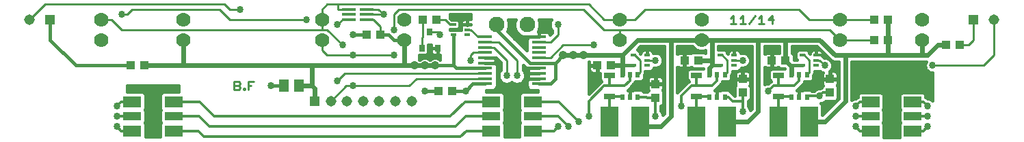
<source format=gtl>
G75*
G70*
%OFA0B0*%
%FSLAX24Y24*%
%IPPOS*%
%LPD*%
%AMOC8*
5,1,8,0,0,1.08239X$1,22.5*
%
%ADD10C,0.0700*%
%ADD11R,0.0709X0.0150*%
%ADD12R,0.0515X0.0515*%
%ADD13C,0.0515*%
%ADD14R,0.0866X0.0551*%
%ADD15R,0.0866X0.0394*%
%ADD16C,0.0760*%
%ADD17R,0.0315X0.0354*%
%ADD18R,0.0433X0.0394*%
%ADD19R,0.0669X0.0138*%
%ADD20C,0.0090*%
%ADD21R,0.0512X0.0591*%
%ADD22R,0.0236X0.0315*%
%ADD23R,0.0866X0.1457*%
%ADD24R,0.0394X0.0433*%
%ADD25R,0.0531X0.0256*%
%ADD26R,0.0276X0.0157*%
%ADD27C,0.0160*%
%ADD28C,0.0340*%
%ADD29C,0.0100*%
%ADD30C,0.0120*%
%ADD31C,0.0240*%
%ADD32C,0.0420*%
D10*
X004160Y005180D03*
X008160Y005180D03*
X008160Y006180D03*
X004160Y006180D03*
X014910Y006180D03*
X018910Y006180D03*
X018910Y005180D03*
X014910Y005180D03*
X029410Y005180D03*
X033410Y005180D03*
X033410Y006180D03*
X029410Y006180D03*
X040160Y006180D03*
X044160Y006180D03*
X044160Y005180D03*
X040160Y005180D03*
D11*
X025479Y005076D03*
X025479Y005332D03*
X022841Y005332D03*
X022841Y005076D03*
X022841Y004820D03*
X022841Y004564D03*
X022841Y004308D03*
X022841Y004052D03*
X022841Y003796D03*
X022841Y003540D03*
X022841Y003284D03*
X022841Y003028D03*
X025479Y003028D03*
X025479Y003284D03*
X025479Y003540D03*
X025479Y003796D03*
X025479Y004052D03*
X025479Y004308D03*
X025479Y004564D03*
X025479Y004820D03*
D12*
X014548Y002180D03*
X001660Y006180D03*
X046660Y006180D03*
D13*
X047660Y006180D03*
X019272Y002180D03*
X018485Y002180D03*
X017697Y002180D03*
X016910Y002180D03*
X016123Y002180D03*
X015335Y002180D03*
X000660Y006180D03*
D14*
X005636Y002139D03*
X007684Y002139D03*
X007684Y000721D03*
X005636Y000721D03*
X023136Y000721D03*
X025184Y000721D03*
X025184Y002139D03*
X023136Y002139D03*
X041636Y002139D03*
X043684Y002139D03*
X043684Y000721D03*
X041636Y000721D03*
D15*
X041636Y001430D03*
X043684Y001430D03*
X025184Y001430D03*
X023136Y001430D03*
X007684Y001430D03*
X005636Y001430D03*
D16*
X023410Y005930D03*
X024910Y005930D03*
D17*
X020160Y005574D03*
X019766Y004786D03*
X020554Y004786D03*
D18*
X017745Y005430D03*
X017075Y005430D03*
X019825Y006180D03*
X020495Y006180D03*
X032575Y004180D03*
X033245Y004180D03*
X036825Y004180D03*
X037495Y004180D03*
X041825Y005180D03*
X042495Y005180D03*
X045325Y004930D03*
X045995Y004930D03*
X042495Y006180D03*
X041825Y006180D03*
X028995Y003930D03*
X028325Y003930D03*
X021245Y002680D03*
X020575Y002680D03*
X006245Y003930D03*
X005575Y003930D03*
D19*
X016227Y006174D03*
X017093Y006174D03*
X017093Y006430D03*
X016227Y006430D03*
X016227Y006686D03*
X017093Y006686D03*
D20*
X034805Y006249D02*
X034942Y006385D01*
X034942Y005975D01*
X034805Y005975D02*
X035079Y005975D01*
X035265Y005975D02*
X035539Y005975D01*
X035402Y005975D02*
X035402Y006385D01*
X035265Y006249D01*
X035726Y005975D02*
X035999Y006385D01*
X036186Y006249D02*
X036323Y006385D01*
X036323Y005975D01*
X036186Y005975D02*
X036460Y005975D01*
X036852Y005975D02*
X036852Y006385D01*
X036647Y006180D01*
X036920Y006180D01*
X011594Y003135D02*
X011320Y003135D01*
X011320Y002725D01*
X011158Y002725D02*
X011090Y002725D01*
X011090Y002793D01*
X011158Y002793D01*
X011158Y002725D01*
X010903Y002793D02*
X010903Y002862D01*
X010835Y002930D01*
X010630Y002930D01*
X010835Y002930D02*
X010903Y002999D01*
X010903Y003067D01*
X010835Y003135D01*
X010630Y003135D01*
X010630Y002725D01*
X010835Y002725D01*
X010903Y002793D01*
X011320Y002930D02*
X011457Y002930D01*
D21*
X013036Y002930D03*
X013784Y002930D03*
D22*
X029536Y002379D03*
X029910Y002379D03*
X030284Y002379D03*
X033786Y002379D03*
X034160Y002379D03*
X034534Y002379D03*
X037786Y002379D03*
X038160Y002379D03*
X038534Y002379D03*
X038534Y003481D03*
X038160Y003481D03*
X037786Y003481D03*
X034534Y003481D03*
X034160Y003481D03*
X033786Y003481D03*
X030284Y003481D03*
X029910Y003481D03*
X029536Y003481D03*
D23*
X028912Y001180D03*
X030408Y001180D03*
X033162Y001180D03*
X034658Y001180D03*
X037162Y001180D03*
X038658Y001180D03*
D24*
X031160Y002345D03*
X031160Y003015D03*
X035410Y003265D03*
X035410Y002595D03*
X039660Y002595D03*
X039660Y003265D03*
D25*
X037160Y003454D03*
X033160Y003454D03*
X028910Y003454D03*
X028910Y002406D03*
X033160Y002406D03*
X037160Y002406D03*
D26*
X038325Y003924D03*
X038995Y003924D03*
X038995Y004180D03*
X038995Y004436D03*
X038325Y004436D03*
X034995Y004436D03*
X034325Y004436D03*
X034995Y004180D03*
X034995Y003924D03*
X034325Y003924D03*
X030745Y003924D03*
X030075Y003924D03*
X030745Y004180D03*
X030745Y004436D03*
X030075Y004436D03*
X021995Y005424D03*
X021325Y005424D03*
X021995Y005680D03*
X021995Y005936D03*
X021325Y005936D03*
D27*
X021623Y005886D02*
X021677Y005886D01*
X021677Y005936D02*
X021677Y005833D01*
X021689Y005788D01*
X021697Y005774D01*
X021697Y005680D01*
X021160Y005680D01*
X021160Y005697D01*
X021529Y005697D01*
X021623Y005791D01*
X021623Y006081D01*
X021529Y006175D01*
X021212Y006175D01*
X021160Y006227D01*
X021160Y006430D01*
X022160Y006430D01*
X022160Y006194D01*
X022156Y006195D01*
X021995Y006195D01*
X021995Y005936D01*
X022160Y005936D01*
X022160Y005936D01*
X021995Y005936D01*
X021995Y005936D01*
X021995Y005936D01*
X021995Y005919D01*
X021995Y005919D01*
X021995Y005936D01*
X021995Y005936D01*
X021995Y006195D01*
X021833Y006195D01*
X021787Y006182D01*
X021746Y006159D01*
X021713Y006125D01*
X021689Y006084D01*
X021677Y006038D01*
X021677Y005936D01*
X021995Y005936D01*
X021995Y005936D01*
X021677Y005936D01*
X021679Y006045D02*
X021623Y006045D01*
X021995Y006045D02*
X021995Y006045D01*
X022160Y006203D02*
X021184Y006203D01*
X021160Y006362D02*
X022160Y006362D01*
X023978Y006180D02*
X024030Y006053D01*
X024030Y005807D01*
X023944Y005599D01*
X024885Y004658D01*
X024885Y004686D01*
X024887Y004692D01*
X024885Y004697D01*
X024885Y004942D01*
X024887Y004948D01*
X024885Y004953D01*
X024885Y005198D01*
X024921Y005286D01*
X024945Y005310D01*
X024945Y005310D01*
X024787Y005310D01*
X024559Y005404D01*
X024384Y005579D01*
X024290Y005807D01*
X024290Y006053D01*
X024342Y006180D01*
X023978Y006180D01*
X024030Y006045D02*
X024290Y006045D01*
X024290Y005886D02*
X024030Y005886D01*
X023410Y005930D02*
X023410Y005680D01*
X025038Y004052D01*
X025479Y004052D01*
X026282Y004052D01*
X026282Y003278D01*
X026032Y003028D01*
X025479Y003028D01*
X024885Y003033D02*
X024523Y003033D01*
X024492Y003020D02*
X024642Y003082D01*
X024758Y003198D01*
X024820Y003348D01*
X024820Y003512D01*
X024758Y003662D01*
X024700Y003720D01*
X024700Y003937D01*
X024767Y003871D01*
X024857Y003781D01*
X024945Y003744D01*
X024945Y003698D01*
X024952Y003668D01*
X024945Y003639D01*
X024945Y003540D01*
X024945Y003442D01*
X024952Y003412D01*
X024945Y003383D01*
X024945Y003284D01*
X024945Y003263D01*
X024921Y003239D01*
X024885Y003151D01*
X024885Y002906D01*
X024921Y002818D01*
X024989Y002750D01*
X025077Y002714D01*
X025403Y002714D01*
X025410Y002711D01*
X025410Y002654D01*
X024703Y002654D01*
X024615Y002618D01*
X024547Y002550D01*
X024511Y002462D01*
X024511Y001815D01*
X024540Y001745D01*
X024511Y001675D01*
X024511Y001185D01*
X024540Y001115D01*
X024511Y001045D01*
X024511Y000430D01*
X023809Y000430D01*
X023809Y001045D01*
X023780Y001115D01*
X023809Y001185D01*
X023809Y001675D01*
X023780Y001745D01*
X023809Y001815D01*
X023809Y002462D01*
X023773Y002550D01*
X023705Y002618D01*
X023617Y002654D01*
X022910Y002654D01*
X022910Y002711D01*
X022917Y002714D01*
X023243Y002714D01*
X023331Y002750D01*
X023399Y002818D01*
X023435Y002906D01*
X023435Y003151D01*
X023433Y003156D01*
X023435Y003162D01*
X023435Y003407D01*
X023433Y003412D01*
X023435Y003418D01*
X023435Y003663D01*
X023433Y003668D01*
X023435Y003674D01*
X023435Y003919D01*
X023399Y004007D01*
X023375Y004030D01*
X023375Y004052D01*
X023354Y004052D01*
X023354Y004052D01*
X023375Y004052D01*
X023375Y004151D01*
X023368Y004180D01*
X023375Y004209D01*
X023375Y004304D01*
X023620Y004060D01*
X023620Y003720D01*
X023562Y003662D01*
X023500Y003512D01*
X023500Y003348D01*
X023562Y003198D01*
X023678Y003082D01*
X023828Y003020D01*
X023992Y003020D01*
X024142Y003082D01*
X024160Y003100D01*
X024178Y003082D01*
X024328Y003020D01*
X024492Y003020D01*
X024297Y003033D02*
X024023Y003033D01*
X023797Y003033D02*
X023435Y003033D01*
X022841Y003028D02*
X022258Y003028D01*
X021910Y002680D01*
X021245Y002680D01*
X020575Y002680D02*
X019910Y002680D01*
X023249Y002716D02*
X025071Y002716D01*
X024554Y002558D02*
X023766Y002558D01*
X023809Y002399D02*
X024511Y002399D01*
X024511Y002241D02*
X023809Y002241D01*
X023809Y002082D02*
X024511Y002082D01*
X024511Y001924D02*
X023809Y001924D01*
X023789Y001765D02*
X024531Y001765D01*
X024511Y001607D02*
X023809Y001607D01*
X023809Y001448D02*
X024511Y001448D01*
X024511Y001290D02*
X023809Y001290D01*
X023787Y001131D02*
X024533Y001131D01*
X024511Y000973D02*
X023809Y000973D01*
X023809Y000814D02*
X024511Y000814D01*
X024511Y000656D02*
X023809Y000656D01*
X023809Y000497D02*
X024511Y000497D01*
X031420Y001693D02*
X031474Y001640D01*
X031530Y001504D01*
X031530Y001503D01*
X031590Y001563D01*
X031590Y004860D01*
X030419Y004860D01*
X030273Y004715D01*
X030296Y004715D01*
X030413Y004597D01*
X030413Y004530D01*
X030427Y004517D01*
X030427Y004538D01*
X030439Y004584D01*
X030463Y004625D01*
X030496Y004659D01*
X030537Y004682D01*
X030583Y004695D01*
X030745Y004695D01*
X030745Y004459D01*
X030745Y004459D01*
X030745Y004695D01*
X030906Y004695D01*
X030952Y004682D01*
X030993Y004659D01*
X031026Y004625D01*
X031050Y004584D01*
X031062Y004540D01*
X031086Y004550D01*
X031234Y004550D01*
X031370Y004494D01*
X031474Y004390D01*
X031530Y004254D01*
X031530Y004106D01*
X031474Y003970D01*
X031370Y003866D01*
X031234Y003810D01*
X031086Y003810D01*
X031082Y003812D01*
X031082Y003763D01*
X030965Y003645D01*
X030660Y003645D01*
X030660Y003557D01*
X030622Y003466D01*
X030602Y003446D01*
X030602Y003241D01*
X030485Y003124D01*
X030168Y003124D01*
X030130Y003033D01*
X029814Y002716D01*
X029910Y002716D01*
X029910Y002716D01*
X029910Y002380D01*
X029910Y002380D01*
X029910Y002716D01*
X030052Y002716D01*
X030061Y002714D01*
X030083Y002736D01*
X030485Y002736D01*
X030582Y002639D01*
X030763Y002639D01*
X030763Y002639D01*
X030763Y002645D01*
X030814Y002696D01*
X030795Y002729D01*
X030783Y002774D01*
X030783Y002996D01*
X031142Y002996D01*
X031142Y003033D01*
X030131Y003033D01*
X030783Y003033D02*
X031142Y003033D01*
X031142Y003411D01*
X030939Y003411D01*
X030894Y003399D01*
X030853Y003375D01*
X030819Y003342D01*
X030795Y003301D01*
X030783Y003255D01*
X030783Y003033D01*
X031142Y003033D02*
X031178Y003033D01*
X031178Y003411D01*
X031381Y003411D01*
X031426Y003399D01*
X031467Y003375D01*
X031501Y003342D01*
X031525Y003301D01*
X031537Y003255D01*
X031537Y003033D01*
X031178Y003033D01*
X031590Y003033D01*
X031537Y002996D02*
X031178Y002996D01*
X031178Y003033D01*
X031537Y002996D02*
X031537Y002774D01*
X031525Y002729D01*
X031506Y002696D01*
X031557Y002645D01*
X031557Y002046D01*
X031440Y001929D01*
X031420Y001929D01*
X031420Y001693D01*
X031420Y001765D02*
X031590Y001765D01*
X031590Y001607D02*
X031487Y001607D01*
X031420Y001924D02*
X031590Y001924D01*
X031590Y002082D02*
X031557Y002082D01*
X031557Y002241D02*
X031590Y002241D01*
X031590Y002399D02*
X031557Y002399D01*
X031557Y002558D02*
X031590Y002558D01*
X032230Y002618D02*
X032230Y003857D01*
X032248Y003839D01*
X032289Y003815D01*
X032335Y003803D01*
X032557Y003803D01*
X032557Y004162D01*
X032594Y004162D01*
X032594Y003803D01*
X032816Y003803D01*
X032861Y003815D01*
X032894Y003834D01*
X032945Y003783D01*
X033466Y003783D01*
X033466Y003782D01*
X032811Y003782D01*
X032694Y003664D01*
X032694Y003243D01*
X032780Y003157D01*
X032763Y003150D01*
X032263Y002650D01*
X032230Y002618D01*
X032230Y002716D02*
X032328Y002716D01*
X031590Y002716D02*
X031517Y002716D01*
X030803Y002716D02*
X030505Y002716D01*
X030063Y002716D02*
X030053Y002716D01*
X029910Y002558D02*
X029910Y002558D01*
X029910Y002399D02*
X029910Y002399D01*
X028440Y003077D02*
X027910Y002548D01*
X027910Y004100D01*
X027920Y004110D01*
X027929Y004110D01*
X027929Y003948D01*
X028307Y003948D01*
X028307Y003912D01*
X027929Y003912D01*
X027929Y003709D01*
X027941Y003664D01*
X027965Y003623D01*
X027998Y003589D01*
X028039Y003565D01*
X028085Y003553D01*
X028307Y003553D01*
X028307Y003912D01*
X028344Y003912D01*
X028344Y003553D01*
X028444Y003553D01*
X028444Y003243D01*
X028530Y003157D01*
X028513Y003150D01*
X028440Y003077D01*
X028395Y003033D02*
X027910Y003033D01*
X027910Y002875D02*
X028237Y002875D01*
X028078Y002716D02*
X027910Y002716D01*
X027910Y002558D02*
X027920Y002558D01*
X029972Y002875D02*
X030783Y002875D01*
X031537Y002875D02*
X031590Y002875D01*
X032230Y002875D02*
X032487Y002875D01*
X032645Y003033D02*
X032230Y003033D01*
X032230Y003192D02*
X032746Y003192D01*
X032694Y003350D02*
X032230Y003350D01*
X031590Y003350D02*
X031493Y003350D01*
X031178Y003350D02*
X031142Y003350D01*
X030827Y003350D02*
X030602Y003350D01*
X030640Y003509D02*
X031590Y003509D01*
X032230Y003509D02*
X032694Y003509D01*
X032697Y003667D02*
X032230Y003667D01*
X031590Y003667D02*
X030987Y003667D01*
X031271Y003826D02*
X031590Y003826D01*
X032230Y003826D02*
X032272Y003826D01*
X032557Y003826D02*
X032594Y003826D01*
X032879Y003826D02*
X032903Y003826D01*
X032594Y003984D02*
X032557Y003984D01*
X032557Y004143D02*
X032594Y004143D01*
X032594Y004198D02*
X032557Y004198D01*
X032557Y004557D01*
X032335Y004557D01*
X032289Y004545D01*
X032248Y004521D01*
X032230Y004503D01*
X032230Y004860D01*
X032952Y004860D01*
X033098Y004714D01*
X033301Y004630D01*
X033519Y004630D01*
X033590Y004659D01*
X033590Y004531D01*
X033544Y004577D01*
X032945Y004577D01*
X032894Y004526D01*
X032861Y004545D01*
X032816Y004557D01*
X032594Y004557D01*
X032594Y004198D01*
X032594Y004301D02*
X032557Y004301D01*
X032557Y004460D02*
X032594Y004460D01*
X031590Y004460D02*
X031404Y004460D01*
X030745Y004460D02*
X030745Y004460D01*
X031510Y004301D02*
X031590Y004301D01*
X031590Y004143D02*
X031530Y004143D01*
X031479Y003984D02*
X031590Y003984D01*
X030075Y003924D02*
X029536Y003924D01*
X028344Y003826D02*
X028307Y003826D01*
X027929Y003826D02*
X027910Y003826D01*
X027910Y003984D02*
X027929Y003984D01*
X026660Y004430D02*
X026282Y004052D01*
X025479Y003796D02*
X024910Y003796D01*
X024910Y003540D01*
X024910Y003284D01*
X025479Y003284D01*
X024966Y003284D02*
X024966Y003284D01*
X024945Y003284D01*
X024966Y003284D01*
X024945Y003350D02*
X024820Y003350D01*
X024820Y003509D02*
X024945Y003509D01*
X024945Y003540D02*
X025410Y003540D01*
X025410Y003540D01*
X024945Y003540D01*
X024910Y003540D02*
X025479Y003540D01*
X024952Y003667D02*
X024753Y003667D01*
X024700Y003826D02*
X024812Y003826D01*
X023620Y003826D02*
X023435Y003826D01*
X022841Y003796D02*
X021459Y003796D01*
X021325Y003930D01*
X020410Y003930D01*
X021325Y003930D02*
X021325Y005424D01*
X021560Y005728D02*
X021697Y005728D01*
X023974Y005569D02*
X024394Y005569D01*
X024323Y005728D02*
X023997Y005728D01*
X025439Y005586D02*
X025530Y005807D01*
X025530Y006053D01*
X025478Y006180D01*
X026080Y006180D01*
X026062Y006162D01*
X026000Y006012D01*
X026000Y005848D01*
X026062Y005698D01*
X026120Y005640D01*
X026120Y005550D01*
X026010Y005441D01*
X026001Y005476D01*
X025977Y005517D01*
X025944Y005550D01*
X025903Y005574D01*
X025857Y005586D01*
X025479Y005586D01*
X025479Y005390D01*
X025479Y005390D01*
X025479Y005586D01*
X025439Y005586D01*
X025479Y005569D02*
X025479Y005569D01*
X025912Y005569D02*
X026120Y005569D01*
X026050Y005728D02*
X025497Y005728D01*
X025530Y005886D02*
X026000Y005886D01*
X026014Y006045D02*
X025530Y006045D01*
X025479Y005411D02*
X025479Y005411D01*
X025479Y005332D02*
X024660Y005332D01*
X024660Y005180D01*
X024449Y005094D02*
X024885Y005094D01*
X024885Y004935D02*
X024608Y004935D01*
X024766Y004777D02*
X024885Y004777D01*
X024907Y005252D02*
X024291Y005252D01*
X024132Y005411D02*
X024553Y005411D01*
X020554Y004786D02*
X020554Y004429D01*
X020660Y004429D01*
X020660Y004203D01*
X020620Y004244D01*
X020484Y004300D01*
X020336Y004300D01*
X020200Y004244D01*
X020167Y004210D01*
X020153Y004210D01*
X020120Y004244D01*
X019984Y004300D01*
X019836Y004300D01*
X019700Y004244D01*
X019667Y004210D01*
X019660Y004210D01*
X019660Y004449D01*
X019990Y004449D01*
X020084Y004543D01*
X020084Y004930D01*
X020216Y004930D01*
X020216Y004786D01*
X020216Y004585D01*
X020228Y004540D01*
X020252Y004499D01*
X020286Y004465D01*
X020327Y004441D01*
X020373Y004429D01*
X020554Y004429D01*
X020554Y004786D01*
X020554Y004786D01*
X020216Y004786D01*
X020554Y004786D01*
X020554Y004786D01*
X020554Y004777D02*
X020554Y004777D01*
X020216Y004777D02*
X020084Y004777D01*
X020084Y004618D02*
X020216Y004618D01*
X020554Y004618D02*
X020554Y004618D01*
X020554Y004460D02*
X020554Y004460D01*
X020295Y004460D02*
X020000Y004460D01*
X019660Y004301D02*
X020660Y004301D01*
X022841Y004308D02*
X023282Y004308D01*
X023410Y004180D01*
X023282Y004052D01*
X022841Y004052D01*
X023375Y004143D02*
X023537Y004143D01*
X023620Y003984D02*
X023408Y003984D01*
X023434Y003667D02*
X023567Y003667D01*
X023500Y003509D02*
X023435Y003509D01*
X023435Y003350D02*
X023500Y003350D01*
X023435Y003192D02*
X023569Y003192D01*
X024751Y003192D02*
X024901Y003192D01*
X024898Y002875D02*
X023422Y002875D01*
X027910Y003192D02*
X028496Y003192D01*
X028444Y003350D02*
X027910Y003350D01*
X027910Y003509D02*
X028444Y003509D01*
X028344Y003667D02*
X028307Y003667D01*
X027940Y003667D02*
X027910Y003667D01*
X030553Y003192D02*
X030783Y003192D01*
X031142Y003192D02*
X031178Y003192D01*
X031537Y003192D02*
X031590Y003192D01*
X034222Y002875D02*
X035013Y002875D01*
X035013Y002895D02*
X035013Y002445D01*
X034858Y002599D01*
X034852Y002602D01*
X034852Y002619D01*
X034735Y002736D01*
X034333Y002736D01*
X034311Y002714D01*
X034302Y002716D01*
X034160Y002716D01*
X034160Y002716D01*
X034064Y002716D01*
X034130Y002783D01*
X034380Y003033D01*
X034418Y003124D01*
X034735Y003124D01*
X034852Y003241D01*
X034852Y003446D01*
X034872Y003466D01*
X034910Y003557D01*
X034910Y003645D01*
X035138Y003645D01*
X035103Y003625D01*
X035069Y003592D01*
X035045Y003551D01*
X035033Y003505D01*
X035033Y003283D01*
X035392Y003283D01*
X035392Y003661D01*
X035231Y003661D01*
X035332Y003763D01*
X035332Y003812D01*
X035336Y003810D01*
X035484Y003810D01*
X035620Y003866D01*
X035724Y003970D01*
X035780Y004106D01*
X035780Y004254D01*
X035724Y004390D01*
X035620Y004494D01*
X035484Y004550D01*
X035336Y004550D01*
X035312Y004540D01*
X035300Y004584D01*
X035276Y004625D01*
X035243Y004659D01*
X035202Y004682D01*
X035156Y004695D01*
X034995Y004695D01*
X034995Y004459D01*
X034995Y004459D01*
X034995Y004695D01*
X034833Y004695D01*
X034787Y004682D01*
X034746Y004659D01*
X034713Y004625D01*
X034689Y004584D01*
X034677Y004538D01*
X034677Y004517D01*
X034663Y004530D01*
X034663Y004597D01*
X034546Y004715D01*
X034230Y004715D01*
X034230Y004860D01*
X035840Y004860D01*
X035840Y001813D01*
X035780Y001753D01*
X035780Y001754D01*
X035724Y001890D01*
X035670Y001943D01*
X035670Y002179D01*
X035690Y002179D01*
X035807Y002296D01*
X035807Y002895D01*
X035756Y002946D01*
X035775Y002979D01*
X035787Y003024D01*
X035787Y003246D01*
X035428Y003246D01*
X035428Y003283D01*
X035392Y003283D01*
X035392Y003246D01*
X035033Y003246D01*
X035033Y003024D01*
X035045Y002979D01*
X035064Y002946D01*
X035013Y002895D01*
X035033Y003033D02*
X034381Y003033D01*
X034803Y003192D02*
X035033Y003192D01*
X035428Y003283D02*
X035428Y003661D01*
X035631Y003661D01*
X035676Y003649D01*
X035717Y003625D01*
X035751Y003592D01*
X035775Y003551D01*
X035787Y003505D01*
X035787Y003283D01*
X035428Y003283D01*
X035428Y003350D02*
X035392Y003350D01*
X035033Y003350D02*
X034852Y003350D01*
X034890Y003509D02*
X035034Y003509D01*
X035392Y003509D02*
X035428Y003509D01*
X035786Y003509D02*
X035840Y003509D01*
X036480Y003509D02*
X036694Y003509D01*
X036694Y003664D02*
X036694Y003243D01*
X036780Y003157D01*
X036763Y003150D01*
X036662Y003050D01*
X036586Y003050D01*
X036480Y003006D01*
X036480Y003857D01*
X036498Y003839D01*
X036539Y003815D01*
X036585Y003803D01*
X036807Y003803D01*
X036807Y004162D01*
X036844Y004162D01*
X036844Y003803D01*
X037066Y003803D01*
X037111Y003815D01*
X037144Y003834D01*
X037195Y003783D01*
X037439Y003783D01*
X037441Y003782D01*
X036811Y003782D01*
X036694Y003664D01*
X036697Y003667D02*
X036480Y003667D01*
X035840Y003667D02*
X035237Y003667D01*
X035521Y003826D02*
X035840Y003826D01*
X036480Y003826D02*
X036522Y003826D01*
X036807Y003826D02*
X036844Y003826D01*
X037129Y003826D02*
X037153Y003826D01*
X036844Y003984D02*
X036807Y003984D01*
X036807Y004143D02*
X036844Y004143D01*
X036844Y004198D02*
X036807Y004198D01*
X036807Y004557D01*
X036585Y004557D01*
X036539Y004545D01*
X036498Y004521D01*
X036480Y004503D01*
X036480Y004860D01*
X037175Y004860D01*
X037175Y004556D01*
X037144Y004526D01*
X037111Y004545D01*
X037066Y004557D01*
X036844Y004557D01*
X036844Y004198D01*
X036844Y004301D02*
X036807Y004301D01*
X036807Y004460D02*
X036844Y004460D01*
X037815Y004556D02*
X037815Y004860D01*
X039027Y004860D01*
X039209Y004678D01*
X039202Y004682D01*
X039156Y004695D01*
X038995Y004695D01*
X038995Y004459D01*
X038995Y004459D01*
X038995Y004695D01*
X038833Y004695D01*
X038787Y004682D01*
X038746Y004659D01*
X038713Y004625D01*
X038689Y004584D01*
X038677Y004538D01*
X038677Y004517D01*
X038663Y004530D01*
X038663Y004597D01*
X038546Y004715D01*
X038105Y004715D01*
X037988Y004597D01*
X037988Y004274D01*
X038058Y004204D01*
X037923Y004204D01*
X037911Y004216D01*
X037911Y004460D01*
X037815Y004556D01*
X037815Y004618D02*
X038008Y004618D01*
X038643Y004618D02*
X038709Y004618D01*
X038995Y004618D02*
X038995Y004618D01*
X039296Y004592D02*
X039639Y004249D01*
X039729Y004159D01*
X039846Y004110D01*
X040090Y004110D01*
X040090Y002313D01*
X039291Y001514D01*
X039291Y001991D01*
X039222Y002060D01*
X039234Y002060D01*
X039370Y002116D01*
X039432Y002179D01*
X039940Y002179D01*
X040057Y002296D01*
X040057Y002895D01*
X040006Y002946D01*
X040025Y002979D01*
X040037Y003024D01*
X040037Y003246D01*
X039678Y003246D01*
X039678Y003283D01*
X039642Y003283D01*
X039642Y003638D01*
X039724Y003720D01*
X039780Y003856D01*
X039780Y004004D01*
X039724Y004140D01*
X039620Y004244D01*
X039484Y004300D01*
X039394Y004300D01*
X039312Y004381D01*
X039312Y004436D01*
X039312Y004538D01*
X039300Y004584D01*
X039296Y004592D01*
X039312Y004460D02*
X039428Y004460D01*
X039312Y004436D02*
X039238Y004436D01*
X039238Y004436D01*
X039312Y004436D01*
X038995Y004460D02*
X038995Y004460D01*
X039393Y004301D02*
X039586Y004301D01*
X039721Y004143D02*
X039768Y004143D01*
X039780Y003984D02*
X040090Y003984D01*
X040090Y003826D02*
X039767Y003826D01*
X039670Y003667D02*
X040090Y003667D01*
X040001Y003592D02*
X039967Y003625D01*
X039926Y003649D01*
X039881Y003661D01*
X039678Y003661D01*
X039678Y003283D01*
X040037Y003283D01*
X040037Y003505D01*
X040025Y003551D01*
X040001Y003592D01*
X040036Y003509D02*
X040090Y003509D01*
X039678Y003509D02*
X039642Y003509D01*
X039308Y003572D02*
X039295Y003551D01*
X039283Y003505D01*
X039283Y003283D01*
X039642Y003283D01*
X039642Y003246D01*
X039283Y003246D01*
X039283Y003024D01*
X039295Y002979D01*
X039314Y002946D01*
X039263Y002895D01*
X039263Y002851D01*
X039178Y002816D01*
X039162Y002800D01*
X039086Y002800D01*
X038950Y002744D01*
X038897Y002690D01*
X038781Y002690D01*
X038735Y002736D01*
X038333Y002736D01*
X038311Y002714D01*
X038302Y002716D01*
X038160Y002716D01*
X038160Y002716D01*
X038064Y002716D01*
X038130Y002783D01*
X038380Y003033D01*
X038418Y003124D01*
X038735Y003124D01*
X038852Y003241D01*
X038852Y003446D01*
X038872Y003466D01*
X038910Y003557D01*
X038910Y003645D01*
X039171Y003645D01*
X039200Y003616D01*
X039308Y003572D01*
X039284Y003509D02*
X038890Y003509D01*
X038852Y003350D02*
X039283Y003350D01*
X039642Y003350D02*
X039678Y003350D01*
X040037Y003350D02*
X040090Y003350D01*
X040090Y003192D02*
X040037Y003192D01*
X039283Y003192D02*
X038803Y003192D01*
X038381Y003033D02*
X039283Y003033D01*
X040037Y003033D02*
X040090Y003033D01*
X040090Y002875D02*
X040057Y002875D01*
X039263Y002875D02*
X038222Y002875D01*
X038160Y002716D02*
X038160Y002380D01*
X038160Y002380D01*
X038160Y002716D01*
X038303Y002716D02*
X038313Y002716D01*
X038755Y002716D02*
X038923Y002716D01*
X038160Y002558D02*
X038160Y002558D01*
X038160Y002399D02*
X038160Y002399D01*
X039287Y002082D02*
X039859Y002082D01*
X040001Y002241D02*
X040018Y002241D01*
X040057Y002399D02*
X040090Y002399D01*
X040090Y002558D02*
X040057Y002558D01*
X040057Y002716D02*
X040090Y002716D01*
X040730Y002716D02*
X044660Y002716D01*
X044317Y002497D02*
X044200Y002614D01*
X043168Y002614D01*
X043051Y002497D01*
X043051Y001780D01*
X043086Y001745D01*
X043051Y001710D01*
X043051Y001150D01*
X043086Y001115D01*
X043051Y001080D01*
X043051Y000420D01*
X042269Y000420D01*
X042269Y001080D01*
X042234Y001115D01*
X042269Y001150D01*
X042269Y001710D01*
X042234Y001745D01*
X042269Y001780D01*
X042269Y002497D01*
X042152Y002614D01*
X041120Y002614D01*
X041003Y002497D01*
X041003Y002372D01*
X040971Y002359D01*
X040912Y002300D01*
X040836Y002300D01*
X040730Y002256D01*
X040730Y004110D01*
X042431Y004110D01*
X044334Y004110D01*
X044290Y004004D01*
X044290Y003856D01*
X044346Y003720D01*
X044450Y003616D01*
X044586Y003560D01*
X044660Y003560D01*
X044660Y002203D01*
X044620Y002244D01*
X044484Y002300D01*
X044408Y002300D01*
X044349Y002359D01*
X044317Y002372D01*
X044317Y002497D01*
X044256Y002558D02*
X044660Y002558D01*
X044660Y002399D02*
X044317Y002399D01*
X044623Y002241D02*
X044660Y002241D01*
X043051Y002241D02*
X042269Y002241D01*
X042269Y002399D02*
X043051Y002399D01*
X043111Y002558D02*
X042209Y002558D01*
X041064Y002558D02*
X040730Y002558D01*
X040730Y002399D02*
X041003Y002399D01*
X042269Y002082D02*
X043051Y002082D01*
X043051Y001924D02*
X042269Y001924D01*
X042254Y001765D02*
X043066Y001765D01*
X043051Y001607D02*
X042269Y001607D01*
X042269Y001448D02*
X043051Y001448D01*
X043051Y001290D02*
X042269Y001290D01*
X042250Y001131D02*
X043070Y001131D01*
X043051Y000973D02*
X042269Y000973D01*
X042269Y000814D02*
X043051Y000814D01*
X043051Y000656D02*
X042269Y000656D01*
X042269Y000497D02*
X043051Y000497D01*
X039384Y001607D02*
X039291Y001607D01*
X039291Y001765D02*
X039542Y001765D01*
X039701Y001924D02*
X039291Y001924D01*
X035840Y001924D02*
X035690Y001924D01*
X035670Y002082D02*
X035840Y002082D01*
X035840Y002241D02*
X035751Y002241D01*
X035807Y002399D02*
X035840Y002399D01*
X035840Y002558D02*
X035807Y002558D01*
X035807Y002716D02*
X035840Y002716D01*
X035013Y002716D02*
X034755Y002716D01*
X034313Y002716D02*
X034303Y002716D01*
X034160Y002716D02*
X034160Y002380D01*
X034160Y002380D01*
X034160Y002716D01*
X034160Y002558D02*
X034160Y002558D01*
X034160Y002399D02*
X034160Y002399D01*
X034900Y002558D02*
X035013Y002558D01*
X035807Y002875D02*
X035840Y002875D01*
X035840Y003033D02*
X035787Y003033D01*
X036480Y003033D02*
X036545Y003033D01*
X036480Y003192D02*
X036746Y003192D01*
X036694Y003350D02*
X036480Y003350D01*
X035840Y003350D02*
X035787Y003350D01*
X035787Y003192D02*
X035840Y003192D01*
X034325Y003924D02*
X033910Y003924D01*
X033910Y004180D01*
X034995Y004460D02*
X034995Y004460D01*
X035654Y004460D02*
X035840Y004460D01*
X035840Y004301D02*
X035760Y004301D01*
X035780Y004143D02*
X035840Y004143D01*
X035840Y003984D02*
X035729Y003984D01*
X037786Y003924D02*
X037786Y003889D01*
X037786Y003924D02*
X038325Y003924D01*
X037988Y004301D02*
X037911Y004301D01*
X037911Y004460D02*
X037988Y004460D01*
X037175Y004618D02*
X036480Y004618D01*
X035840Y004618D02*
X035281Y004618D01*
X034995Y004618D02*
X034995Y004618D01*
X034709Y004618D02*
X034643Y004618D01*
X034230Y004777D02*
X035840Y004777D01*
X036480Y004777D02*
X037175Y004777D01*
X037815Y004777D02*
X039111Y004777D01*
X040730Y003984D02*
X044290Y003984D01*
X044303Y003826D02*
X040730Y003826D01*
X040730Y003667D02*
X044400Y003667D01*
X044660Y003509D02*
X040730Y003509D01*
X040730Y003350D02*
X044660Y003350D01*
X044660Y003192D02*
X040730Y003192D01*
X040730Y003033D02*
X044660Y003033D01*
X044660Y002875D02*
X040730Y002875D01*
X035792Y001765D02*
X035775Y001765D01*
X023379Y004301D02*
X023375Y004301D01*
X018910Y005180D02*
X018410Y005180D01*
X018160Y005430D01*
X017745Y005430D01*
X017075Y005430D02*
X016410Y005430D01*
X005575Y003930D02*
X002910Y003930D01*
X001660Y005180D01*
X001660Y006180D01*
X005410Y002930D02*
X005410Y002654D01*
X006117Y002654D01*
X006205Y002618D01*
X006273Y002550D01*
X006309Y002462D01*
X006309Y001815D01*
X006280Y001745D01*
X006309Y001675D01*
X006309Y001185D01*
X006280Y001115D01*
X006309Y001045D01*
X006309Y000430D01*
X007011Y000430D01*
X007011Y001045D01*
X007040Y001115D01*
X007011Y001185D01*
X007011Y001675D01*
X007040Y001745D01*
X007011Y001815D01*
X007011Y002462D01*
X007047Y002550D01*
X007115Y002618D01*
X007203Y002654D01*
X007910Y002654D01*
X007910Y002930D01*
X005410Y002930D01*
X005410Y002875D02*
X007910Y002875D01*
X007910Y002716D02*
X005410Y002716D01*
X006266Y002558D02*
X007054Y002558D01*
X007011Y002399D02*
X006309Y002399D01*
X006309Y002241D02*
X007011Y002241D01*
X007011Y002082D02*
X006309Y002082D01*
X006309Y001924D02*
X007011Y001924D01*
X007031Y001765D02*
X006289Y001765D01*
X006309Y001607D02*
X007011Y001607D01*
X007011Y001448D02*
X006309Y001448D01*
X006309Y001290D02*
X007011Y001290D01*
X007033Y001131D02*
X006287Y001131D01*
X006309Y000973D02*
X007011Y000973D01*
X007011Y000814D02*
X006309Y000814D01*
X006309Y000656D02*
X007011Y000656D01*
X007011Y000497D02*
X006309Y000497D01*
X012410Y002930D02*
X013036Y002930D01*
X030335Y004777D02*
X031590Y004777D01*
X032230Y004777D02*
X033036Y004777D01*
X033590Y004618D02*
X032230Y004618D01*
X031590Y004618D02*
X031031Y004618D01*
X030745Y004618D02*
X030745Y004618D01*
X030459Y004618D02*
X030393Y004618D01*
D28*
X028160Y004930D03*
X031160Y004180D03*
X035410Y004180D03*
X039410Y003930D03*
X039160Y003430D03*
X041160Y003430D03*
X041910Y003430D03*
X042660Y003430D03*
X043410Y003430D03*
X044160Y003430D03*
X044660Y003930D03*
X039160Y002930D03*
X038660Y002930D03*
X036660Y002680D03*
X034910Y002930D03*
X034410Y002930D03*
X032410Y003180D03*
X030660Y002930D03*
X030160Y002930D03*
X028160Y002930D03*
X024410Y002430D03*
X023910Y002430D03*
X021910Y002680D03*
X023660Y002930D03*
X023910Y003430D03*
X024410Y003430D03*
X022160Y004180D03*
X020160Y004430D03*
X018410Y004430D03*
X016410Y004430D03*
X015910Y004930D03*
X016410Y005430D03*
X018410Y005680D03*
X020660Y005430D03*
X024160Y005930D03*
X025660Y005930D03*
X026410Y005930D03*
X022010Y006330D03*
X017910Y006430D03*
X015660Y005930D03*
X014160Y006180D03*
X010910Y006680D03*
X005160Y006430D03*
X015660Y003180D03*
X016410Y002930D03*
X019910Y002680D03*
X023910Y001930D03*
X024410Y001930D03*
X024410Y001430D03*
X023910Y001430D03*
X026410Y000930D03*
X026910Y000930D03*
X027410Y001180D03*
X027910Y001430D03*
X031160Y001430D03*
X032410Y001930D03*
X035410Y001680D03*
X039160Y002430D03*
X040910Y001930D03*
X040910Y001430D03*
X040910Y000930D03*
X044410Y000930D03*
X044410Y001430D03*
X044410Y001930D03*
X036660Y003180D03*
X012410Y002930D03*
X006910Y002430D03*
X006410Y002430D03*
X006410Y001930D03*
X006910Y001930D03*
X004910Y001930D03*
X004910Y001430D03*
X006410Y001430D03*
X006910Y001430D03*
X004910Y000930D03*
D29*
X015335Y002180D02*
X016085Y002930D01*
X016410Y002930D01*
X019160Y002930D01*
X019514Y003284D01*
X022841Y003284D01*
X023910Y003430D02*
X023910Y004180D01*
X023270Y004820D01*
X022841Y004820D01*
X022841Y004564D02*
X022294Y004564D01*
X022160Y004430D01*
X022160Y004180D01*
X023514Y005076D02*
X024410Y004180D01*
X024410Y003430D01*
X022841Y003540D02*
X016020Y003540D01*
X015660Y003180D01*
X015160Y004430D02*
X014910Y004680D01*
X014910Y005180D01*
X015160Y005680D02*
X015910Y004930D01*
X017745Y005430D02*
X017745Y005845D01*
X017416Y006174D01*
X017093Y006174D01*
X016227Y006174D02*
X015904Y006174D01*
X015660Y005930D01*
X015160Y005680D02*
X014910Y005680D01*
X005160Y005680D01*
X004660Y006180D01*
X004160Y006180D01*
X005160Y006430D02*
X005410Y006430D01*
X005660Y006680D01*
X009910Y006680D01*
X010410Y006180D01*
X014160Y006180D01*
X014910Y006180D02*
X014910Y006680D01*
X015160Y006930D01*
X015660Y006930D01*
X015666Y006924D01*
X015666Y006686D01*
X016227Y006686D01*
X017093Y006686D02*
X017099Y006680D01*
X017660Y006680D01*
X017910Y006430D01*
X017093Y006430D01*
X018410Y006430D02*
X018660Y006680D01*
X027660Y006680D01*
X028660Y005680D01*
X029410Y005680D01*
X039660Y005680D01*
X040160Y005180D01*
X041825Y005180D01*
X045995Y004930D02*
X046410Y004930D01*
X046660Y005180D01*
X046660Y006180D01*
X047660Y006180D02*
X047660Y004430D01*
X047160Y003930D01*
X044660Y003930D01*
X039410Y003930D02*
X039160Y004180D01*
X038995Y004180D01*
X038660Y004180D02*
X038660Y003607D01*
X038534Y003481D01*
X034660Y003607D02*
X034534Y003481D01*
X034660Y003607D02*
X034660Y004180D01*
X034404Y004436D01*
X034325Y004436D01*
X034995Y004180D02*
X035410Y004180D01*
X038325Y004436D02*
X038404Y004436D01*
X038660Y004180D01*
X031160Y004180D02*
X030745Y004180D01*
X030410Y004180D02*
X030410Y003607D01*
X030284Y003481D01*
X030410Y004180D02*
X030154Y004436D01*
X030075Y004436D01*
X028160Y004930D02*
X026660Y004930D01*
X026038Y004308D01*
X025479Y004308D01*
X025479Y005076D02*
X026056Y005076D01*
X026410Y005430D01*
X026410Y005930D01*
X027910Y006930D02*
X028660Y006180D01*
X029410Y006180D01*
X030160Y006180D01*
X030660Y006680D01*
X038160Y006680D01*
X038660Y006180D01*
X040160Y006180D01*
X041825Y006180D01*
X029410Y005680D02*
X029410Y005180D01*
X023514Y005076D02*
X022841Y005076D01*
X022841Y005332D02*
X022508Y005332D01*
X022160Y005680D01*
X021995Y005680D01*
X021325Y005936D02*
X021154Y005936D01*
X020910Y006180D01*
X020495Y006180D01*
X019825Y006180D02*
X019825Y005345D01*
X019766Y005286D01*
X019766Y004786D01*
X018410Y004430D02*
X016410Y004430D01*
X015160Y004430D01*
X020516Y005574D02*
X020660Y005430D01*
X020516Y005574D02*
X020160Y005574D01*
X018410Y005680D02*
X018410Y006430D01*
X015660Y006930D02*
X027910Y006930D01*
X014910Y006180D02*
X014910Y005680D01*
X010910Y006680D02*
X010410Y006680D01*
X010160Y006930D01*
X001410Y006930D01*
X000660Y006180D01*
D30*
X004910Y000930D02*
X005119Y000721D01*
X005636Y000721D01*
X007684Y000721D02*
X008869Y000721D01*
X009160Y000430D01*
X021660Y000430D01*
X021951Y000721D01*
X023136Y000721D01*
X021910Y001430D02*
X021410Y000930D01*
X009410Y000930D01*
X008910Y001430D01*
X007684Y001430D01*
X008951Y002139D02*
X009660Y001430D01*
X021160Y001430D01*
X021869Y002139D01*
X023136Y002139D01*
X025184Y002139D02*
X026451Y002139D01*
X027410Y001180D01*
X026910Y000930D02*
X026410Y001430D01*
X025184Y001430D01*
X023136Y001430D02*
X021910Y001430D01*
X025184Y000721D02*
X026201Y000721D01*
X026410Y000930D01*
X028912Y001180D02*
X028912Y002406D01*
X028910Y002406D01*
X029536Y002406D01*
X029536Y002379D01*
X030284Y002379D02*
X030711Y002379D01*
X030745Y002345D01*
X031160Y002345D01*
X031160Y001430D01*
X033160Y001180D02*
X033160Y002406D01*
X033786Y002406D01*
X033786Y002379D01*
X034534Y002379D02*
X034711Y002379D01*
X034910Y002180D01*
X035410Y002180D01*
X035410Y002595D01*
X036660Y002680D02*
X036910Y002930D01*
X037160Y002930D01*
X037160Y003454D01*
X038160Y003481D02*
X038160Y003180D01*
X037910Y002930D01*
X037160Y002930D01*
X039160Y002430D02*
X039325Y002595D01*
X039660Y002595D01*
X039660Y002680D01*
X039160Y002430D02*
X038534Y002430D01*
X038534Y002379D01*
X037786Y002406D02*
X037786Y002379D01*
X037786Y002406D02*
X037160Y002406D01*
X037162Y002406D01*
X037162Y001180D01*
X035410Y001680D02*
X035410Y002180D01*
X032910Y002930D02*
X032410Y002430D01*
X032410Y001930D01*
X033160Y001180D02*
X033162Y001180D01*
X027910Y001430D02*
X027910Y002180D01*
X028660Y002930D01*
X028910Y002930D01*
X028910Y003454D01*
X029910Y003481D02*
X029910Y003180D01*
X029660Y002930D01*
X028910Y002930D01*
X032910Y002930D02*
X033160Y002930D01*
X033160Y003454D01*
X034160Y003481D02*
X034160Y003180D01*
X033910Y002930D01*
X033160Y002930D01*
X039404Y004436D02*
X039910Y003930D01*
X039404Y004436D02*
X038995Y004436D01*
X041119Y002139D02*
X040910Y001930D01*
X041119Y002139D02*
X041636Y002139D01*
X043684Y002139D02*
X044201Y002139D01*
X044410Y001930D01*
X044410Y001430D02*
X043684Y001430D01*
X041636Y001430D02*
X040910Y001430D01*
X040910Y000930D02*
X041119Y000721D01*
X041636Y000721D01*
X043684Y000721D02*
X044201Y000721D01*
X044410Y000930D01*
X008951Y002139D02*
X007684Y002139D01*
X005636Y002139D02*
X005119Y002139D01*
X004910Y001930D01*
X004910Y001430D02*
X005636Y001430D01*
D31*
X014410Y002930D02*
X014548Y002792D01*
X014548Y002180D01*
X014410Y002930D02*
X013784Y002930D01*
X014410Y002930D02*
X014410Y003930D01*
X018910Y003930D01*
X018910Y005180D01*
X026660Y004430D02*
X027160Y004430D01*
X027660Y004430D01*
X029536Y004430D01*
X030286Y005180D01*
X031910Y005180D01*
X031910Y001430D01*
X031410Y000930D01*
X030408Y000930D01*
X030408Y001180D01*
X034658Y001180D02*
X035660Y001180D01*
X036160Y001680D01*
X036160Y005180D01*
X037495Y005180D01*
X037495Y004180D01*
X037786Y003889D01*
X037786Y003481D01*
X033910Y003930D02*
X033910Y004180D01*
X033910Y005180D01*
X036160Y005180D01*
X037495Y005180D02*
X039160Y005180D01*
X039910Y004430D01*
X040410Y004430D01*
X040410Y002180D01*
X039410Y001180D01*
X038658Y001180D01*
X033786Y003481D02*
X033786Y003806D01*
X033910Y003930D01*
X033910Y004180D02*
X033245Y004180D01*
X029536Y004430D02*
X029536Y003924D01*
X028995Y003924D01*
X028995Y003930D01*
X029536Y003924D02*
X029536Y003481D01*
X020410Y003930D02*
X019910Y003930D01*
X019410Y003930D01*
X018910Y003930D01*
X014410Y003930D02*
X008160Y003930D01*
X008160Y005180D01*
X008160Y003930D02*
X006245Y003930D01*
X031910Y005180D02*
X033410Y005180D01*
X033910Y005180D01*
X040410Y004430D02*
X042495Y004430D01*
X042495Y005180D01*
X042495Y006180D01*
X044160Y005180D02*
X044160Y004430D01*
X044410Y004430D01*
X044910Y004930D01*
X045325Y004930D01*
X044160Y004430D02*
X042495Y004430D01*
D32*
X027660Y004430D03*
X027160Y004430D03*
X026660Y004430D03*
X020410Y003930D03*
X019910Y003930D03*
X019410Y003930D03*
M02*

</source>
